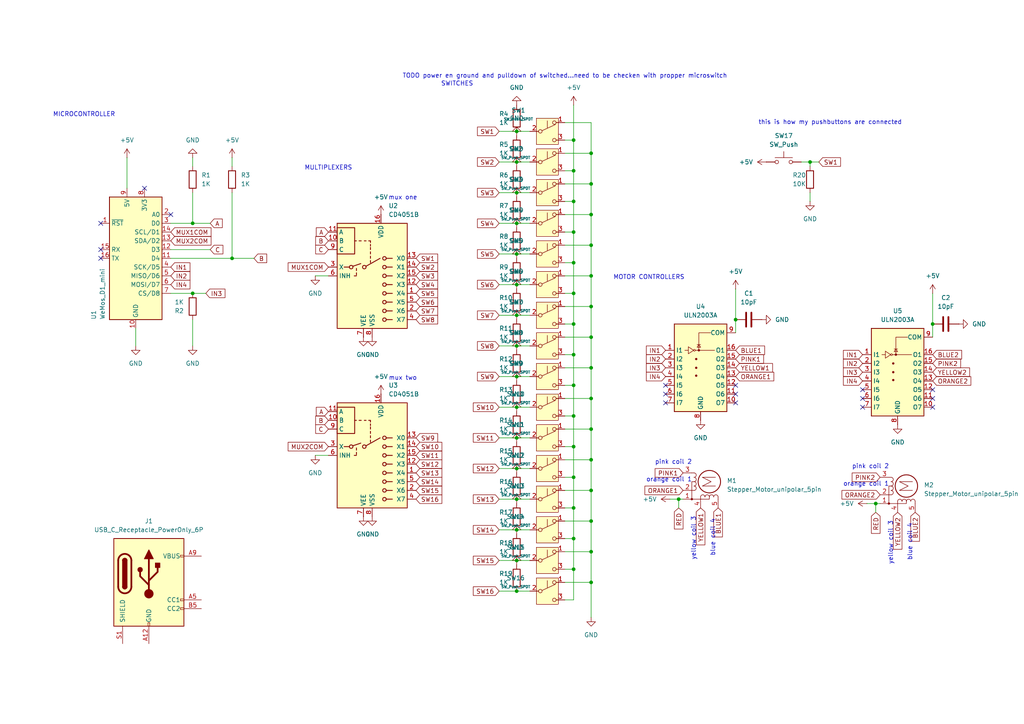
<source format=kicad_sch>
(kicad_sch (version 20231120) (generator "eeschema") (generator_version "8.0")
  (paper "A4")
  (junction (at 166.37 147.32))
  (junction (at 166.37 40.64))
  (junction (at 149.86 46.99))
  (junction (at 171.45 133.35))
  (junction (at 149.86 91.44))
  (junction (at 171.45 71.12))
  (junction (at 55.88 64.77))
  (junction (at 171.45 53.34))
  (junction (at 166.37 85.09))
  (junction (at 171.45 62.23))
  (junction (at 171.45 106.68))
  (junction (at 67.31 74.93))
  (junction (at 149.86 64.77))
  (junction (at 171.45 124.46))
  (junction (at 234.95 46.99))
  (junction (at 196.85 144.78))
  (junction (at 149.86 38.1))
  (junction (at 149.86 162.56))
  (junction (at 326.39 92.71))
  (junction (at 171.45 88.9))
  (junction (at 171.45 97.79))
  (junction (at 149.86 82.55))
  (junction (at 171.45 160.02))
  (junction (at 149.86 118.11))
  (junction (at 213.36 92.71))
  (junction (at 171.45 151.13))
  (junction (at 166.37 129.54))
  (junction (at 171.45 115.57))
  (junction (at 55.88 85.09))
  (junction (at 149.86 55.88))
  (junction (at 166.37 93.98))
  (junction (at 149.86 135.89))
  (junction (at 254 146.05))
  (junction (at 166.37 58.42))
  (junction (at 171.45 44.45))
  (junction (at 166.37 76.2))
  (junction (at 309.88 144.78))
  (junction (at 166.37 120.65))
  (junction (at 171.45 168.91))
  (junction (at 149.86 153.67))
  (junction (at 149.86 73.66))
  (junction (at 149.86 144.78))
  (junction (at 149.86 171.45))
  (junction (at 149.86 100.33))
  (junction (at 166.37 111.76))
  (junction (at 166.37 165.1))
  (junction (at 166.37 67.31))
  (junction (at 166.37 102.87))
  (junction (at 166.37 49.53))
  (junction (at 166.37 138.43))
  (junction (at 149.86 109.22))
  (junction (at 171.45 142.24))
  (junction (at 270.51 93.98))
  (junction (at 171.45 80.01))
  (junction (at 166.37 156.21))
  (junction (at 149.86 127))
  (no_connect (at 193.04 116.84))
  (no_connect (at 270.51 113.03))
  (no_connect (at 193.04 111.76))
  (no_connect (at 213.36 114.3))
  (no_connect (at 270.51 118.11))
  (no_connect (at 213.36 116.84))
  (no_connect (at 306.07 111.76))
  (no_connect (at 29.21 74.93))
  (no_connect (at 306.07 116.84))
  (no_connect (at 41.91 54.61))
  (no_connect (at 193.04 114.3))
  (no_connect (at 49.53 62.23))
  (no_connect (at 326.39 114.3))
  (no_connect (at 250.19 115.57))
  (no_connect (at 29.21 72.39))
  (no_connect (at 250.19 118.11))
  (no_connect (at 213.36 111.76))
  (no_connect (at 250.19 113.03))
  (no_connect (at 326.39 116.84))
  (no_connect (at 29.21 64.77))
  (no_connect (at 270.51 115.57))
  (no_connect (at 306.07 114.3))
  (no_connect (at 326.39 111.76))
  (wire (pts (xy 163.83 44.45) (xy 171.45 44.45)))
  (wire (pts (xy 163.83 165.1) (xy 166.37 165.1)))
  (wire (pts (xy 144.78 171.45) (xy 149.86 171.45)))
  (wire (pts (xy 144.78 109.22) (xy 149.86 109.22)))
  (wire (pts (xy 55.88 64.77) (xy 60.96 64.77)))
  (wire (pts (xy 163.83 53.34) (xy 171.45 53.34)))
  (wire (pts (xy 254 146.05) (xy 254 148.59)))
  (wire (pts (xy 166.37 102.87) (xy 166.37 111.76)))
  (wire (pts (xy 149.86 91.44) (xy 153.67 91.44)))
  (wire (pts (xy 55.88 85.09) (xy 59.69 85.09)))
  (wire (pts (xy 144.78 64.77) (xy 149.86 64.77)))
  (wire (pts (xy 232.41 46.99) (xy 234.95 46.99)))
  (wire (pts (xy 171.45 71.12) (xy 171.45 80.01)))
  (wire (pts (xy 326.39 92.71) (xy 326.39 96.52)))
  (wire (pts (xy 149.86 82.55) (xy 153.67 82.55)))
  (wire (pts (xy 166.37 49.53) (xy 166.37 58.42)))
  (wire (pts (xy 49.53 85.09) (xy 55.88 85.09)))
  (wire (pts (xy 166.37 147.32) (xy 166.37 156.21)))
  (wire (pts (xy 166.37 93.98) (xy 166.37 102.87)))
  (wire (pts (xy 55.88 45.72) (xy 55.88 48.26)))
  (wire (pts (xy 166.37 156.21) (xy 166.37 165.1)))
  (wire (pts (xy 196.85 144.78) (xy 198.12 144.78)))
  (wire (pts (xy 166.37 40.64) (xy 166.37 49.53)))
  (wire (pts (xy 163.83 147.32) (xy 166.37 147.32)))
  (wire (pts (xy 163.83 120.65) (xy 166.37 120.65)))
  (wire (pts (xy 196.85 144.78) (xy 196.85 147.32)))
  (wire (pts (xy 163.83 106.68) (xy 171.45 106.68)))
  (wire (pts (xy 166.37 30.48) (xy 166.37 40.64)))
  (wire (pts (xy 171.45 106.68) (xy 171.45 115.57)))
  (wire (pts (xy 163.83 124.46) (xy 171.45 124.46)))
  (wire (pts (xy 171.45 160.02) (xy 171.45 168.91)))
  (wire (pts (xy 171.45 62.23) (xy 171.45 71.12)))
  (wire (pts (xy 166.37 67.31) (xy 166.37 76.2)))
  (wire (pts (xy 55.88 55.88) (xy 55.88 64.77)))
  (wire (pts (xy 95.25 80.01) (xy 91.44 80.01)))
  (wire (pts (xy 234.95 55.88) (xy 234.95 58.42)))
  (wire (pts (xy 163.83 62.23) (xy 171.45 62.23)))
  (wire (pts (xy 163.83 67.31) (xy 166.37 67.31)))
  (wire (pts (xy 144.78 46.99) (xy 149.86 46.99)))
  (wire (pts (xy 171.45 35.56) (xy 171.45 44.45)))
  (wire (pts (xy 163.83 133.35) (xy 171.45 133.35)))
  (wire (pts (xy 194.31 144.78) (xy 196.85 144.78)))
  (wire (pts (xy 149.86 109.22) (xy 153.67 109.22)))
  (wire (pts (xy 144.78 82.55) (xy 149.86 82.55)))
  (wire (pts (xy 163.83 129.54) (xy 166.37 129.54)))
  (wire (pts (xy 171.45 124.46) (xy 171.45 133.35)))
  (wire (pts (xy 163.83 88.9) (xy 171.45 88.9)))
  (wire (pts (xy 234.95 46.99) (xy 234.95 48.26)))
  (wire (pts (xy 144.78 127) (xy 149.86 127)))
  (wire (pts (xy 163.83 80.01) (xy 171.45 80.01)))
  (wire (pts (xy 166.37 129.54) (xy 166.37 138.43)))
  (wire (pts (xy 166.37 120.65) (xy 166.37 129.54)))
  (wire (pts (xy 144.78 100.33) (xy 149.86 100.33)))
  (wire (pts (xy 171.45 97.79) (xy 171.45 106.68)))
  (wire (pts (xy 149.86 135.89) (xy 153.67 135.89)))
  (wire (pts (xy 326.39 83.82) (xy 326.39 92.71)))
  (wire (pts (xy 144.78 73.66) (xy 149.86 73.66)))
  (wire (pts (xy 144.78 162.56) (xy 149.86 162.56)))
  (wire (pts (xy 149.86 55.88) (xy 153.67 55.88)))
  (wire (pts (xy 149.86 38.1) (xy 153.67 38.1)))
  (wire (pts (xy 149.86 118.11) (xy 153.67 118.11)))
  (wire (pts (xy 166.37 165.1) (xy 166.37 173.99)))
  (wire (pts (xy 171.45 168.91) (xy 171.45 179.07)))
  (wire (pts (xy 166.37 138.43) (xy 166.37 147.32)))
  (wire (pts (xy 95.25 132.08) (xy 91.44 132.08)))
  (wire (pts (xy 67.31 74.93) (xy 73.66 74.93)))
  (wire (pts (xy 144.78 38.1) (xy 149.86 38.1)))
  (wire (pts (xy 153.67 144.78) (xy 149.86 144.78)))
  (wire (pts (xy 309.88 144.78) (xy 311.15 144.78)))
  (wire (pts (xy 171.45 88.9) (xy 171.45 97.79)))
  (wire (pts (xy 171.45 53.34) (xy 171.45 62.23)))
  (wire (pts (xy 149.86 162.56) (xy 153.67 162.56)))
  (wire (pts (xy 213.36 92.71) (xy 213.36 96.52)))
  (wire (pts (xy 166.37 111.76) (xy 166.37 120.65)))
  (wire (pts (xy 163.83 151.13) (xy 171.45 151.13)))
  (wire (pts (xy 163.83 168.91) (xy 171.45 168.91)))
  (wire (pts (xy 163.83 49.53) (xy 166.37 49.53)))
  (wire (pts (xy 49.53 72.39) (xy 60.96 72.39)))
  (wire (pts (xy 67.31 45.72) (xy 67.31 48.26)))
  (wire (pts (xy 163.83 138.43) (xy 166.37 138.43)))
  (wire (pts (xy 213.36 83.82) (xy 213.36 92.71)))
  (wire (pts (xy 171.45 133.35) (xy 171.45 142.24)))
  (wire (pts (xy 171.45 44.45) (xy 171.45 53.34)))
  (wire (pts (xy 149.86 64.77) (xy 153.67 64.77)))
  (wire (pts (xy 144.78 55.88) (xy 149.86 55.88)))
  (wire (pts (xy 163.83 173.99) (xy 166.37 173.99)))
  (wire (pts (xy 49.53 74.93) (xy 67.31 74.93)))
  (wire (pts (xy 309.88 144.78) (xy 309.88 147.32)))
  (wire (pts (xy 149.86 171.45) (xy 153.67 171.45)))
  (wire (pts (xy 171.45 115.57) (xy 171.45 124.46)))
  (wire (pts (xy 149.86 144.78) (xy 144.78 144.78)))
  (wire (pts (xy 149.86 127) (xy 153.67 127)))
  (wire (pts (xy 163.83 58.42) (xy 166.37 58.42)))
  (wire (pts (xy 270.51 93.98) (xy 270.51 97.79)))
  (wire (pts (xy 144.78 91.44) (xy 149.86 91.44)))
  (wire (pts (xy 163.83 102.87) (xy 166.37 102.87)))
  (wire (pts (xy 163.83 85.09) (xy 166.37 85.09)))
  (wire (pts (xy 163.83 76.2) (xy 166.37 76.2)))
  (wire (pts (xy 163.83 35.56) (xy 171.45 35.56)))
  (wire (pts (xy 163.83 71.12) (xy 171.45 71.12)))
  (wire (pts (xy 270.51 85.09) (xy 270.51 93.98)))
  (wire (pts (xy 36.83 45.72) (xy 36.83 54.61)))
  (wire (pts (xy 171.45 80.01) (xy 171.45 88.9)))
  (wire (pts (xy 171.45 142.24) (xy 171.45 151.13)))
  (wire (pts (xy 163.83 97.79) (xy 171.45 97.79)))
  (wire (pts (xy 166.37 58.42) (xy 166.37 67.31)))
  (wire (pts (xy 149.86 100.33) (xy 153.67 100.33)))
  (wire (pts (xy 163.83 115.57) (xy 171.45 115.57)))
  (wire (pts (xy 254 146.05) (xy 255.27 146.05)))
  (wire (pts (xy 144.78 135.89) (xy 149.86 135.89)))
  (wire (pts (xy 163.83 156.21) (xy 166.37 156.21)))
  (wire (pts (xy 67.31 55.88) (xy 67.31 74.93)))
  (wire (pts (xy 163.83 93.98) (xy 166.37 93.98)))
  (wire (pts (xy 307.34 144.78) (xy 309.88 144.78)))
  (wire (pts (xy 166.37 85.09) (xy 166.37 93.98)))
  (wire (pts (xy 149.86 73.66) (xy 153.67 73.66)))
  (wire (pts (xy 163.83 160.02) (xy 171.45 160.02)))
  (wire (pts (xy 144.78 153.67) (xy 149.86 153.67)))
  (wire (pts (xy 163.83 111.76) (xy 166.37 111.76)))
  (wire (pts (xy 166.37 76.2) (xy 166.37 85.09)))
  (wire (pts (xy 149.86 153.67) (xy 153.67 153.67)))
  (wire (pts (xy 39.37 95.25) (xy 39.37 100.33)))
  (wire (pts (xy 166.37 40.64) (xy 163.83 40.64)))
  (wire (pts (xy 171.45 151.13) (xy 171.45 160.02)))
  (wire (pts (xy 234.95 46.99) (xy 237.49 46.99)))
  (wire (pts (xy 144.78 118.11) (xy 149.86 118.11)))
  (wire (pts (xy 49.53 64.77) (xy 55.88 64.77)))
  (wire (pts (xy 251.46 146.05) (xy 254 146.05)))
  (wire (pts (xy 55.88 92.71) (xy 55.88 100.33)))
  (wire (pts (xy 163.83 142.24) (xy 171.45 142.24)))
  (wire (pts (xy 149.86 46.99) (xy 153.67 46.99)))
  (text "blue coil 4" (at 206.756 155.956 90) (effects (font (size 1.27 1.27))))
  (text "blue coil 4" (at 263.906 157.226 90) (effects (font (size 1.27 1.27))))
  (text "blue coil 4" (at 319.786 155.956 90) (effects (font (size 1.27 1.27))))
  (text "yellow coil 3" (at 314.198 156.21 90) (effects (font (size 1.27 1.27))))
  (text "pink coil 2" (at 308.356 134.112 0) (effects (font (size 1.27 1.27))))
  (text "this is how my pushbuttons are connected\n" (at 240.792 35.56 0) (effects (font (size 1.27 1.27))))
  (text "MICROCONTROLLER\n" (at 24.384 33.274 0) (effects (font (size 1.27 1.27))))
  (text "mux two\n" (at 116.84 109.728 0) (effects (font (size 1.27 1.27))))
  (text "pink coil 2" (at 195.326 134.112 0) (effects (font (size 1.27 1.27))))
  (text "yellow coil 3" (at 201.168 156.21 90) (effects (font (size 1.27 1.27))))
  (text "yellow coil 3" (at 258.318 157.48 90) (effects (font (size 1.27 1.27))))
  (text "orange coil 1" (at 307.086 139.192 0) (effects (font (size 1.27 1.27))))
  (text "SWITCHES\n" (at 132.588 24.384 0) (effects (font (size 1.27 1.27))))
  (text "MOTOR CONTROLLERS" (at 188.214 80.518 0) (effects (font (size 1.27 1.27))))
  (text "pink coil 2" (at 252.476 135.382 0) (effects (font (size 1.27 1.27))))
  (text "MULTIPLEXERS" (at 95.25 48.768 0) (effects (font (size 1.27 1.27))))
  (text "mux one\n" (at 116.84 57.404 0) (effects (font (size 1.27 1.27))))
  (text "orange coil 1" (at 194.056 139.192 0) (effects (font (size 1.27 1.27))))
  (text "TODO power en ground and pulldown of switched...need to be checken with propper microswitch" (at 163.83 22.098 0) (effects (font (size 1.27 1.27))))
  (text "orange coil 1" (at 251.206 140.462 0) (effects (font (size 1.27 1.27))))
  (global_label "SW1" (shape input) (at 237.49 46.99 0) (property "Intersheetrefs" "${INTERSHEET_REFS}" (effects (hide yes))))
  (global_label "SW16" (shape input) (at 144.78 171.45 180) (property "Intersheetrefs" "${INTERSHEET_REFS}" (effects (hide yes))))
  (global_label "MUX1COM" (shape input) (at 95.25 77.47 180) (property "Intersheetrefs" "${INTERSHEET_REFS}" (effects (hide yes))))
  (global_label "ORANGE3" (shape input) (at 326.39 109.22 0) (property "Intersheetrefs" "${INTERSHEET_REFS}" (effects (hide yes))))
  (global_label "BLUE3" (shape input) (at 326.39 101.6 0) (property "Intersheetrefs" "${INTERSHEET_REFS}" (effects (hide yes))))
  (global_label "SW3" (shape input) (at 144.78 55.88 180) (property "Intersheetrefs" "${INTERSHEET_REFS}" (effects (hide yes))))
  (global_label "IN4" (shape input) (at 193.04 109.22 180) (property "Intersheetrefs" "${INTERSHEET_REFS}" (effects (hide yes))))
  (global_label "BLUE1" (shape input) (at 208.28 147.32 270) (property "Intersheetrefs" "${INTERSHEET_REFS}" (effects (hide yes))))
  (global_label "C" (shape input) (at 95.25 124.46 180) (property "Intersheetrefs" "${INTERSHEET_REFS}" (effects (hide yes))))
  (global_label "SW7" (shape input) (at 144.78 91.44 180) (property "Intersheetrefs" "${INTERSHEET_REFS}" (effects (hide yes))))
  (global_label "PINK1" (shape input) (at 213.36 104.14 0) (property "Intersheetrefs" "${INTERSHEET_REFS}" (effects (hide yes))))
  (global_label "C" (shape input) (at 60.96 72.39 0) (property "Intersheetrefs" "${INTERSHEET_REFS}" (effects (hide yes))))
  (global_label "IN2" (shape input) (at 49.53 80.01 0) (property "Intersheetrefs" "${INTERSHEET_REFS}" (effects (hide yes))))
  (global_label "B" (shape input) (at 73.66 74.93 0) (property "Intersheetrefs" "${INTERSHEET_REFS}" (effects (hide yes))))
  (global_label "PINK3" (shape input) (at 326.39 104.14 0) (property "Intersheetrefs" "${INTERSHEET_REFS}" (effects (hide yes))))
  (global_label "SW15" (shape input) (at 144.78 162.56 180) (property "Intersheetrefs" "${INTERSHEET_REFS}" (effects (hide yes))))
  (global_label "IN3" (shape input) (at 59.69 85.09 0) (property "Intersheetrefs" "${INTERSHEET_REFS}" (effects (hide yes))))
  (global_label "MUX2COM" (shape input) (at 49.53 69.85 0) (property "Intersheetrefs" "${INTERSHEET_REFS}" (effects (hide yes))))
  (global_label "SW7" (shape input) (at 120.65 90.17 0) (property "Intersheetrefs" "${INTERSHEET_REFS}" (effects (hide yes))))
  (global_label "SW12" (shape input) (at 120.65 134.62 0) (property "Intersheetrefs" "${INTERSHEET_REFS}" (effects (hide yes))))
  (global_label "SW10" (shape input) (at 144.78 118.11 180) (property "Intersheetrefs" "${INTERSHEET_REFS}" (effects (hide yes))))
  (global_label "PINK3" (shape input) (at 311.15 137.16 180) (property "Intersheetrefs" "${INTERSHEET_REFS}" (effects (hide yes))))
  (global_label "IN1" (shape input) (at 193.04 101.6 180) (property "Intersheetrefs" "${INTERSHEET_REFS}" (effects (hide yes))))
  (global_label "SW11" (shape input) (at 120.65 132.08 0) (property "Intersheetrefs" "${INTERSHEET_REFS}" (effects (hide yes))))
  (global_label "MUX1COM" (shape input) (at 49.53 67.31 0) (property "Intersheetrefs" "${INTERSHEET_REFS}" (effects (hide yes))))
  (global_label "SW12" (shape input) (at 144.78 135.89 180) (property "Intersheetrefs" "${INTERSHEET_REFS}" (effects (hide yes))))
  (global_label "YELLOW2" (shape input) (at 270.51 107.95 0) (property "Intersheetrefs" "${INTERSHEET_REFS}" (effects (hide yes))))
  (global_label "SW13" (shape input) (at 144.78 144.78 180) (property "Intersheetrefs" "${INTERSHEET_REFS}" (effects (hide yes))))
  (global_label "SW8" (shape input) (at 144.78 100.33 180) (property "Intersheetrefs" "${INTERSHEET_REFS}" (effects (hide yes))))
  (global_label "MUX2COM" (shape input) (at 95.25 129.54 180) (property "Intersheetrefs" "${INTERSHEET_REFS}" (effects (hide yes))))
  (global_label "A" (shape input) (at 60.96 64.77 0) (property "Intersheetrefs" "${INTERSHEET_REFS}" (effects (hide yes))))
  (global_label "IN4" (shape input) (at 250.19 110.49 180) (property "Intersheetrefs" "${INTERSHEET_REFS}" (effects (hide yes))))
  (global_label "SW6" (shape input) (at 120.65 87.63 0) (property "Intersheetrefs" "${INTERSHEET_REFS}" (effects (hide yes))))
  (global_label "SW2" (shape input) (at 144.78 46.99 180) (property "Intersheetrefs" "${INTERSHEET_REFS}" (effects (hide yes))))
  (global_label "B" (shape input) (at 95.25 121.92 180) (property "Intersheetrefs" "${INTERSHEET_REFS}" (effects (hide yes))))
  (global_label "SW1" (shape input) (at 120.65 74.93 0) (property "Intersheetrefs" "${INTERSHEET_REFS}" (effects (hide yes))))
  (global_label "IN2" (shape input) (at 306.07 104.14 180) (property "Intersheetrefs" "${INTERSHEET_REFS}" (effects (hide yes))))
  (global_label "SW15" (shape input) (at 120.65 142.24 0) (property "Intersheetrefs" "${INTERSHEET_REFS}" (effects (hide yes))))
  (global_label "RED" (shape input) (at 196.85 147.32 270) (property "Intersheetrefs" "${INTERSHEET_REFS}" (effects (hide yes))))
  (global_label "SW4" (shape input) (at 120.65 82.55 0) (property "Intersheetrefs" "${INTERSHEET_REFS}" (effects (hide yes))))
  (global_label "SW5" (shape input) (at 120.65 85.09 0) (property "Intersheetrefs" "${INTERSHEET_REFS}" (effects (hide yes))))
  (global_label "PINK1" (shape input) (at 198.12 137.16 180) (property "Intersheetrefs" "${INTERSHEET_REFS}" (effects (hide yes))))
  (global_label "A" (shape input) (at 95.25 119.38 180) (property "Intersheetrefs" "${INTERSHEET_REFS}" (effects (hide yes))))
  (global_label "IN2" (shape input) (at 250.19 105.41 180) (property "Intersheetrefs" "${INTERSHEET_REFS}" (effects (hide yes))))
  (global_label "SW8" (shape input) (at 120.65 92.71 0) (property "Intersheetrefs" "${INTERSHEET_REFS}" (effects (hide yes))))
  (global_label "SW14" (shape input) (at 120.65 139.7 0) (property "Intersheetrefs" "${INTERSHEET_REFS}" (effects (hide yes))))
  (global_label "SW3" (shape input) (at 120.65 80.01 0) (property "Intersheetrefs" "${INTERSHEET_REFS}" (effects (hide yes))))
  (global_label "IN3" (shape input) (at 306.07 106.68 180) (property "Intersheetrefs" "${INTERSHEET_REFS}" (effects (hide yes))))
  (global_label "RED" (shape input) (at 254 148.59 270) (property "Intersheetrefs" "${INTERSHEET_REFS}" (effects (hide yes))))
  (global_label "IN3" (shape input) (at 250.19 107.95 180) (property "Intersheetrefs" "${INTERSHEET_REFS}" (effects (hide yes))))
  (global_label "PINK2" (shape input) (at 270.51 105.41 0) (property "Intersheetrefs" "${INTERSHEET_REFS}" (effects (hide yes))))
  (global_label "ORANGE1" (shape input) (at 198.12 142.24 180) (property "Intersheetrefs" "${INTERSHEET_REFS}" (effects (hide yes))))
  (global_label "BLUE2" (shape input) (at 265.43 148.59 270) (property "Intersheetrefs" "${INTERSHEET_REFS}" (effects (hide yes))))
  (global_label "C" (shape input) (at 95.25 72.39 180) (property "Intersheetrefs" "${INTERSHEET_REFS}" (effects (hide yes))))
  (global_label "RED" (shape input) (at 309.88 147.32 270) (property "Intersheetrefs" "${INTERSHEET_REFS}" (effects (hide yes))))
  (global_label "IN1" (shape input) (at 306.07 101.6 180) (property "Intersheetrefs" "${INTERSHEET_REFS}" (effects (hide yes))))
  (global_label "SW16" (shape input) (at 120.65 144.78 0) (property "Intersheetrefs" "${INTERSHEET_REFS}" (effects (hide yes))))
  (global_label "B" (shape input) (at 95.25 69.85 180) (property "Intersheetrefs" "${INTERSHEET_REFS}" (effects (hide yes))))
  (global_label "SW1" (shape input) (at 144.78 38.1 180) (property "Intersheetrefs" "${INTERSHEET_REFS}" (effects (hide yes))))
  (global_label "YELLOW3" (shape input) (at 316.23 147.32 270) (property "Intersheetrefs" "${INTERSHEET_REFS}" (effects (hide yes))))
  (global_label "BLUE1" (shape input) (at 213.36 101.6 0) (property "Intersheetrefs" "${INTERSHEET_REFS}" (effects (hide yes))))
  (global_label "ORANGE1" (shape input) (at 213.36 109.22 0) (property "Intersheetrefs" "${INTERSHEET_REFS}" (effects (hide yes))))
  (global_label "SW4" (shape input) (at 144.78 64.77 180) (property "Intersheetrefs" "${INTERSHEET_REFS}" (effects (hide yes))))
  (global_label "SW14" (shape input) (at 144.78 153.67 180) (property "Intersheetrefs" "${INTERSHEET_REFS}" (effects (hide yes))))
  (global_label "SW10" (shape input) (at 120.65 129.54 0) (property "Intersheetrefs" "${INTERSHEET_REFS}" (effects (hide yes))))
  (global_label "IN2" (shape input) (at 193.04 104.14 180) (property "Intersheetrefs" "${INTERSHEET_REFS}" (effects (hide yes))))
  (global_label "BLUE2" (shape input) (at 270.51 102.87 0) (property "Intersheetrefs" "${INTERSHEET_REFS}" (effects (hide yes))))
  (global_label "IN4" (shape input) (at 49.53 82.55 0) (property "Intersheetrefs" "${INTERSHEET_REFS}" (effects (hide yes))))
  (global_label "SW2" (shape input) (at 120.65 77.47 0) (property "Intersheetrefs" "${INTERSHEET_REFS}" (effects (hide yes))))
  (global_label "ORANGE2" (shape input) (at 255.27 143.51 180) (property "Intersheetrefs" "${INTERSHEET_REFS}" (effects (hide yes))))
  (global_label "SW5" (shape input) (at 144.78 73.66 180) (property "Intersheetrefs" "${INTERSHEET_REFS}" (effects (hide yes))))
  (global_label "SW6" (shape input) (at 144.78 82.55 180) (property "Intersheetrefs" "${INTERSHEET_REFS}" (effects (hide yes))))
  (global_label "SW11" (shape input) (at 144.78 127 180) (property "Intersheetrefs" "${INTERSHEET_REFS}" (effects (hide yes))))
  (global_label "YELLOW3" (shape input) (at 326.39 106.68 0) (property "Intersheetrefs" "${INTERSHEET_REFS}" (effects (hide yes))))
  (global_label "SW9" (shape input) (at 120.65 127 0) (property "Intersheetrefs" "${INTERSHEET_REFS}" (effects (hide yes))))
  (global_label "PINK2" (shape input) (at 255.27 138.43 180) (property "Intersheetrefs" "${INTERSHEET_REFS}" (effects (hide yes))))
  (global_label "IN4" (shape input) (at 306.07 109.22 180) (property "Intersheetrefs" "${INTERSHEET_REFS}" (effects (hide yes))))
  (global_label "YELLOW1" (shape input) (at 203.2 147.32 270) (property "Intersheetrefs" "${INTERSHEET_REFS}" (effects (hide yes))))
  (global_label "YELLOW1" (shape input) (at 213.36 106.68 0) (property "Intersheetrefs" "${INTERSHEET_REFS}" (effects (hide yes))))
  (global_label "IN3" (shape input) (at 193.04 106.68 180) (property "Intersheetrefs" "${INTERSHEET_REFS}" (effects (hide yes))))
  (global_label "SW13" (shape input) (at 120.65 137.16 0) (property "Intersheetrefs" "${INTERSHEET_REFS}" (effects (hide yes))))
  (global_label "BLUE3" (shape input) (at 321.31 147.32 270) (property "Intersheetrefs" "${INTERSHEET_REFS}" (effects (hide yes))))
  (global_label "ORANGE3" (shape input) (at 311.15 142.24 180) (property "Intersheetrefs" "${INTERSHEET_REFS}" (effects (hide yes))))
  (global_label "YELLOW2" (shape input) (at 260.35 148.59 270) (property "Intersheetrefs" "${INTERSHEET_REFS}" (effects (hide yes))))
  (global_label "SW9" (shape input) (at 144.78 109.22 180) (property "Intersheetrefs" "${INTERSHEET_REFS}" (effects (hide yes))))
  (global_label "ORANGE2" (shape input) (at 270.51 110.49 0) (property "Intersheetrefs" "${INTERSHEET_REFS}" (effects (hide yes))))
  (global_label "A" (shape input) (at 95.25 67.31 180) (property "Intersheetrefs" "${INTERSHEET_REFS}" (effects (hide yes))))
  (global_label "IN1" (shape input) (at 49.53 77.47 0) (property "Intersheetrefs" "${INTERSHEET_REFS}" (effects (hide yes))))
  (global_label "IN1" (shape input) (at 250.19 102.87 180) (property "Intersheetrefs" "${INTERSHEET_REFS}" (effects (hide yes))))
  (symbol (lib_id "power:GND") (at 149.86 137.16 180) (unit 1)
    (property "Reference" "#PWR026" (effects (hide yes)))
    (property "Value" "GND" (at 149.86 132.08 0))
    (property "Description" "Power symbol creates a global label with name \"GND\" , ground" (effects (hide yes)))
  )
  (symbol (lib_id "power:GND") (at 149.86 101.6 180) (unit 1)
    (property "Reference" "#PWR022" (effects (hide yes)))
    (property "Value" "GND" (at 149.86 96.52 0))
    (property "Description" "Power symbol creates a global label with name \"GND\" , ground" (effects (hide yes)))
  )
  (symbol (lib_id "Device:R") (at 55.88 88.9 180) (unit 1)
    (property "Reference" "R2" (at 53.34 90.1701 0) (effects (justify left)))
    (property "Value" "1K" (at 53.34 87.6301 0) (effects (justify left)))
    (property "Description" "Resistor" (effects (hide yes)))
  )
  (symbol (lib_id "power:GND") (at 149.86 48.26 180) (unit 1)
    (property "Reference" "#PWR016" (effects (hide yes)))
    (property "Value" "GND" (at 149.86 43.18 0))
    (property "Description" "Power symbol creates a global label with name \"GND\" , ground" (effects (hide yes)))
  )
  (symbol (lib_id "Device:R") (at 55.88 52.07 0) (unit 1)
    (property "Reference" "R1" (at 58.42 50.7999 0) (effects (justify left)))
    (property "Value" "1K" (at 58.42 53.3399 0) (effects (justify left)))
    (property "Description" "Resistor" (effects (hide yes)))
  )
  (symbol (lib_id "Device:R") (at 149.86 96.52 0) (unit 1)
    (property "Reference" "R11" (at 144.78 95.25 0) (effects (justify left)))
    (property "Value" "1K" (at 144.78 97.79 0) (effects (justify left)))
    (property "Description" "Resistor" (effects (hide yes)))
  )
  (symbol (lib_id "power:+5V") (at 213.36 83.82 0) (unit 1)
    (property "Reference" "#PWR034" (effects (hide yes)))
    (property "Value" "+5V" (at 213.36 78.74 0))
    (property "Description" "Power symbol creates a global label with name \"+5V\"" (effects (hide yes)))
  )
  (symbol (lib_id "power:GND") (at 105.41 97.79 0) (unit 1)
    (property "Reference" "#PWR08" (effects (hide yes)))
    (property "Value" "GND" (at 105.41 102.87 0))
    (property "Description" "Power symbol creates a global label with name \"GND\" , ground" (effects (hide yes)))
  )
  (symbol (lib_id "Device:R") (at 149.86 158.75 0) (unit 1)
    (property "Reference" "R18" (at 144.78 157.48 0) (effects (justify left)))
    (property "Value" "1K" (at 144.78 160.02 0) (effects (justify left)))
    (property "Description" "Resistor" (effects (hide yes)))
  )
  (symbol (lib_id "power:+5V") (at 110.49 62.23 0) (unit 1)
    (property "Reference" "#PWR012" (effects (hide yes)))
    (property "Value" "+5V" (at 110.49 57.15 0))
    (property "Description" "Power symbol creates a global label with name \"+5V\"" (effects (hide yes)))
  )
  (symbol (lib_id "power:GND") (at 149.86 146.05 180) (unit 1)
    (property "Reference" "#PWR027" (effects (hide yes)))
    (property "Value" "GND" (at 149.86 140.97 0))
    (property "Description" "Power symbol creates a global label with name \"GND\" , ground" (effects (hide yes)))
  )
  (symbol (lib_id "power:+5V") (at 307.34 144.78 90) (unit 1)
    (property "Reference" "#PWR042" (effects (hide yes)))
    (property "Value" "+5V" (at 303.53 144.7799 90) (effects (justify left)))
    (property "Description" "Power symbol creates a global label with name \"+5V\"" (effects (hide yes)))
  )
  (symbol (lib_id "power:+5V") (at 67.31 45.72 0) (unit 1)
    (property "Reference" "#PWR05" (effects (hide yes)))
    (property "Value" "+5V" (at 67.31 40.64 0))
    (property "Description" "Power symbol creates a global label with name \"+5V\"" (effects (hide yes)))
  )
  (symbol (lib_id "power:+5V") (at 270.51 85.09 0) (unit 1)
    (property "Reference" "#PWR040" (effects (hide yes)))
    (property "Value" "+5V" (at 270.51 80.01 0))
    (property "Description" "Power symbol creates a global label with name \"+5V\"" (effects (hide yes)))
  )
  (symbol (lib_id "Device:R") (at 149.86 114.3 0) (unit 1)
    (property "Reference" "R13" (at 144.78 113.03 0) (effects (justify left)))
    (property "Value" "1K" (at 144.78 115.57 0) (effects (justify left)))
    (property "Description" "Resistor" (effects (hide yes)))
  )
  (symbol (lib_id "Transistor_Array:ULN2003A") (at 203.2 106.68 0) (unit 1)
    (property "Reference" "U4" (at 203.2 88.9 0))
    (property "Value" "ULN2003A" (at 203.2 91.44 0))
    (property "Footprint" "Package_SO:SOIC-16_3.9x9.9mm_P1.27mm" (effects (hide yes)))
    (property "Datasheet" "http://www.ti.com/lit/ds/symlink/uln2003a.pdf" (effects (hide yes)))
    (property "Description" "High Voltage, High Current Darlington Transistor Arrays, SOIC16/SOIC16W/DIP16/TSSOP16" (effects (hide yes)))
    (property "LCSC PN" "C7512" (effects (hide yes)))
  )
  (symbol (lib_id "Switch:SW_Push_SPDT") (at 158.75 38.1 0) (unit 1)
    (property "Reference" "SW1" (at 150.368 32.004 0))
    (property "Value" "SW_Push_SPDT" (at 150.368 34.544 0) (effects (font (size 0.762 0.762))))
    (property "Footprint" "MS0850502F030P1A:SW_MS0850502F030P1A" (effects (hide yes)))
    (property "Datasheet" "https://www.snapeda.com/parts/MS0850502F030P1A/E-Switch/datasheet/" (effects (hide yes)))
    (property "Description" "Momentary Switch, single pole double throw" (effects (hide yes)))
  )
  (symbol (lib_id "Switch:SW_Push_SPDT") (at 158.75 82.55 0) (unit 1)
    (property "Reference" "SW6" (at 149.606 78.74 0))
    (property "Value" "SW_Push_SPDT" (at 149.606 81.28 0) (effects (font (size 0.762 0.762))))
    (property "Footprint" "MS0850502F030P1A:SW_MS0850502F030P1A" (effects (hide yes)))
    (property "Description" "Momentary Switch, single pole double throw" (effects (hide yes)))
  )
  (symbol (lib_id "power:+5V") (at 326.39 83.82 0) (unit 1)
    (property "Reference" "#PWR044" (effects (hide yes)))
    (property "Value" "+5V" (at 326.39 78.74 0))
    (property "Description" "Power symbol creates a global label with name \"+5V\"" (effects (hide yes)))
  )
  (symbol (lib_id "power:GND") (at 260.35 123.19 0) (unit 1)
    (property "Reference" "#PWR039" (effects (hide yes)))
    (property "Value" "GND" (at 260.35 128.27 0))
    (property "Description" "Power symbol creates a global label with name \"GND\" , ground" (effects (hide yes)))
  )
  (symbol (lib_id "Analog_Switch:CD4051B") (at 107.95 80.01 0) (unit 1)
    (property "Reference" "U2" (at 112.6841 59.69 0) (effects (justify left)))
    (property "Value" "CD4051B" (at 112.6841 62.23 0) (effects (justify left)))
    (property "Footprint" "Package_SO:SOIC-16_3.9x9.9mm_P1.27mm" (effects (hide yes)))
    (property "Datasheet" "http://www.ti.com/lit/ds/symlink/cd4052b.pdf" (effects (hide yes)))
    (property "Description" "CMOS single 8-channel analog multiplexer demultiplexer, TSSOP-16/DIP-16/SOIC-16" (effects (hide yes)))
    (property "LCSC PN" "C21379" (effects (hide yes)))
  )
  (symbol (lib_id "power:GND") (at 107.95 97.79 0) (unit 1)
    (property "Reference" "#PWR010" (effects (hide yes)))
    (property "Value" "GND" (at 107.95 102.87 0))
    (property "Description" "Power symbol creates a global label with name \"GND\" , ground" (effects (hide yes)))
  )
  (symbol (lib_id "power:GND") (at 149.86 154.94 180) (unit 1)
    (property "Reference" "#PWR028" (effects (hide yes)))
    (property "Value" "GND" (at 149.86 149.86 0))
    (property "Description" "Power symbol creates a global label with name \"GND\" , ground" (effects (hide yes)))
  )
  (symbol (lib_id "power:+5V") (at 251.46 146.05 90) (unit 1)
    (property "Reference" "#PWR038" (effects (hide yes)))
    (property "Value" "+5V" (at 247.65 146.0499 90) (effects (justify left)))
    (property "Description" "Power symbol creates a global label with name \"+5V\"" (effects (hide yes)))
  )
  (symbol (lib_id "power:GND") (at 149.86 119.38 180) (unit 1)
    (property "Reference" "#PWR024" (effects (hide yes)))
    (property "Value" "GND" (at 149.86 114.3 0))
    (property "Description" "Power symbol creates a global label with name \"GND\" , ground" (effects (hide yes)))
  )
  (symbol (lib_id "Device:R") (at 149.86 132.08 0) (unit 1)
    (property "Reference" "R15" (at 144.78 130.81 0) (effects (justify left)))
    (property "Value" "1K" (at 144.78 133.35 0) (effects (justify left)))
    (property "Description" "Resistor" (effects (hide yes)))
  )
  (symbol (lib_id "Switch:SW_Push_SPDT") (at 158.75 91.44 0) (unit 1)
    (property "Reference" "SW7" (at 149.606 87.63 0))
    (property "Value" "SW_Push_SPDT" (at 149.606 90.17 0) (effects (font (size 0.762 0.762))))
    (property "Footprint" "MS0850502F030P1A:SW_MS0850502F030P1A" (effects (hide yes)))
    (property "Description" "Momentary Switch, single pole double throw" (effects (hide yes)))
  )
  (symbol (lib_id "Device:R") (at 149.86 140.97 0) (unit 1)
    (property "Reference" "R16" (at 144.78 139.7 0) (effects (justify left)))
    (property "Value" "1K" (at 144.78 142.24 0) (effects (justify left)))
    (property "Description" "Resistor" (effects (hide yes)))
  )
  (symbol (lib_id "Device:R") (at 149.86 69.85 0) (unit 1)
    (property "Reference" "R8" (at 144.78 68.58 0) (effects (justify left)))
    (property "Value" "1K" (at 144.78 71.12 0) (effects (justify left)))
    (property "Description" "Resistor" (effects (hide yes)))
  )
  (symbol (lib_id "Analog_Switch:CD4051B") (at 107.95 132.08 0) (unit 1)
    (property "Reference" "U3" (at 112.6841 111.76 0) (effects (justify left)))
    (property "Value" "CD4051B" (at 112.6841 114.3 0) (effects (justify left)))
    (property "Footprint" "Package_SO:SOIC-16_3.9x9.9mm_P1.27mm" (effects (hide yes)))
    (property "Datasheet" "http://www.ti.com/lit/ds/symlink/cd4052b.pdf" (effects (hide yes)))
    (property "Description" "CMOS single 8-channel analog multiplexer demultiplexer, TSSOP-16/DIP-16/SOIC-16" (effects (hide yes)))
    (property "LCSC PN" "C21379" (effects (hide yes)))
  )
  (symbol (lib_id "Motor:Stepper_Motor_unipolar_5pin") (at 318.77 139.7 90) (unit 1)
    (property "Reference" "M3" (at 323.85 139.4078 90) (effects (justify right)))
    (property "Value" "Stepper_Motor_unipolar_5pin" (at 323.85 141.9478 90) (effects (justify right)))
    (property "Footprint" "Connector_JST:JST_XH_B5B-XH-A_1x05_P2.50mm_Vertical" (effects (hide yes)))
    (property "Datasheet" "http://www.infineon.com/dgdl/Application-Note-TLE8110EE_driving_UniPolarStepperMotor_V1.1.pdf?fileId=db3a30431be39b97011be5d0aa0a00b0" (effects (hide yes)))
    (property "Description" "5-wire unipolar stepper motor" (effects (hide yes)))
    (property "Connector" "https://www.conrad.at/de/p/jst-stiftleiste-standard-xh-polzahl-gesamt-5-rastermass-2-50-mm-800921-1-st-741229.html" (effects (hide yes)))
  )
  (symbol (lib_id "Switch:SW_Push_SPDT") (at 158.75 55.88 0) (unit 1)
    (property "Reference" "SW3" (at 149.606 52.07 0))
    (property "Value" "SW_Push_SPDT" (at 149.606 54.61 0) (effects (font (size 0.762 0.762))))
    (property "Footprint" "MS0850502F030P1A:SW_MS0850502F030P1A" (effects (hide yes)))
    (property "Description" "Momentary Switch, single pole double throw" (effects (hide yes)))
  )
  (symbol (lib_id "power:GND") (at 149.86 30.48 180) (unit 1)
    (property "Reference" "#PWR014" (effects (hide yes)))
    (property "Value" "GND" (at 149.86 25.4 0))
    (property "Description" "Power symbol creates a global label with name \"GND\" , ground" (effects (hide yes)))
  )
  (symbol (lib_id "Switch:SW_Push_SPDT") (at 158.75 118.11 0) (unit 1)
    (property "Reference" "SW10" (at 149.606 114.3 0))
    (property "Value" "SW_Push_SPDT" (at 149.606 116.84 0) (effects (font (size 0.762 0.762))))
    (property "Footprint" "MS0850502F030P1A:SW_MS0850502F030P1A" (effects (hide yes)))
    (property "Description" "Momentary Switch, single pole double throw" (effects (hide yes)))
  )
  (symbol (lib_id "Switch:SW_Push_SPDT") (at 158.75 64.77 0) (unit 1)
    (property "Reference" "SW4" (at 149.606 60.96 0))
    (property "Value" "SW_Push_SPDT" (at 149.606 63.5 0) (effects (font (size 0.762 0.762))))
    (property "Footprint" "MS0850502F030P1A:SW_MS0850502F030P1A" (effects (hide yes)))
    (property "Description" "Momentary Switch, single pole double throw" (effects (hide yes)))
  )
  (symbol (lib_id "power:+5V") (at 110.49 114.3 0) (unit 1)
    (property "Reference" "#PWR013" (effects (hide yes)))
    (property "Value" "+5V" (at 110.49 109.22 0))
    (property "Description" "Power symbol creates a global label with name \"+5V\"" (effects (hide yes)))
  )
  (symbol (lib_id "Device:C") (at 217.17 92.71 90) (unit 1)
    (property "Reference" "C1" (at 217.17 85.09 90))
    (property "Value" "10pF" (at 217.17 87.63 90))
    (property "Description" "Unpolarized capacitor" (effects (hide yes)))
  )
  (symbol (lib_id "Device:R") (at 234.95 52.07 0) (unit 1)
    (property "Reference" "R20" (at 229.87 50.8 0) (effects (justify left)))
    (property "Value" "10K" (at 229.87 53.34 0) (effects (justify left)))
    (property "Description" "Resistor" (effects (hide yes)))
  )
  (symbol (lib_id "power:GND") (at 149.86 92.71 180) (unit 1)
    (property "Reference" "#PWR021" (effects (hide yes)))
    (property "Value" "GND" (at 149.86 87.63 0))
    (property "Description" "Power symbol creates a global label with name \"GND\" , ground" (effects (hide yes)))
  )
  (symbol (lib_id "MCU_Module:WeMos_D1_mini") (at 39.37 74.93 0) (unit 1)
    (property "Reference" "U1" (at 27.178 92.71 90) (effects (justify left)))
    (property "Value" "WeMos_D1_mini" (at 29.718 92.71 90) (effects (justify left)))
    (property "Footprint" "Module:WEMOS_D1_mini_light" (effects (hide yes)))
    (property "Datasheet" "https://wiki.wemos.cc/products:d1:d1_mini#documentation" (effects (hide yes)))
    (property "Description" "32-bit microcontroller module with WiFi" (effects (hide yes)))
  )
  (symbol (lib_id "Switch:SW_Push_SPDT") (at 158.75 153.67 0) (unit 1)
    (property "Reference" "SW14" (at 149.606 149.86 0))
    (property "Value" "SW_Push_SPDT" (at 149.606 152.4 0) (effects (font (size 0.762 0.762))))
    (property "Footprint" "MS0850502F030P1A:SW_MS0850502F030P1A" (effects (hide yes)))
    (property "Description" "Momentary Switch, single pole double throw" (effects (hide yes)))
  )
  (symbol (lib_id "power:GND") (at 91.44 132.08 0) (unit 1)
    (property "Reference" "#PWR07" (effects (hide yes)))
    (property "Value" "GND" (at 91.44 137.16 0))
    (property "Description" "Power symbol creates a global label with name \"GND\" , ground" (effects (hide yes)))
  )
  (symbol (lib_id "power:GND") (at 105.41 149.86 0) (unit 1)
    (property "Reference" "#PWR09" (effects (hide yes)))
    (property "Value" "GND" (at 105.41 154.94 0))
    (property "Description" "Power symbol creates a global label with name \"GND\" , ground" (effects (hide yes)))
  )
  (symbol (lib_id "Switch:SW_Push_SPDT") (at 158.75 127 0) (unit 1)
    (property "Reference" "SW11" (at 149.606 123.19 0))
    (property "Value" "SW_Push_SPDT" (at 149.606 125.73 0) (effects (font (size 0.762 0.762))))
    (property "Footprint" "MS0850502F030P1A:SW_MS0850502F030P1A" (effects (hide yes)))
    (property "Description" "Momentary Switch, single pole double throw" (effects (hide yes)))
  )
  (symbol (lib_id "power:GND") (at 55.88 100.33 0) (unit 1)
    (property "Reference" "#PWR04" (effects (hide yes)))
    (property "Value" "GND" (at 55.88 105.41 0))
    (property "Description" "Power symbol creates a global label with name \"GND\" , ground" (effects (hide yes)))
  )
  (symbol (lib_id "power:GND") (at 278.13 93.98 90) (unit 1)
    (property "Reference" "#PWR041" (effects (hide yes)))
    (property "Value" "GND" (at 281.94 93.9799 90) (effects (justify right)))
    (property "Description" "Power symbol creates a global label with name \"GND\" , ground" (effects (hide yes)))
  )
  (symbol (lib_id "power:GND") (at 149.86 163.83 180) (unit 1)
    (property "Reference" "#PWR029" (effects (hide yes)))
    (property "Value" "GND" (at 149.86 158.75 0))
    (property "Description" "Power symbol creates a global label with name \"GND\" , ground" (effects (hide yes)))
  )
  (symbol (lib_id "Device:R") (at 67.31 52.07 0) (unit 1)
    (property "Reference" "R3" (at 69.85 50.7999 0) (effects (justify left)))
    (property "Value" "1K" (at 69.85 53.3399 0) (effects (justify left)))
    (property "Description" "Resistor" (effects (hide yes)))
  )
  (symbol (lib_id "power:GND") (at 39.37 100.33 0) (unit 1)
    (property "Reference" "#PWR02" (effects (hide yes)))
    (property "Value" "GND" (at 39.37 105.41 0))
    (property "Description" "Power symbol creates a global label with name \"GND\" , ground" (effects (hide yes)))
  )
  (symbol (lib_id "power:GND") (at 316.23 121.92 0) (unit 1)
    (property "Reference" "#PWR043" (effects (hide yes)))
    (property "Value" "GND" (at 316.23 127 0))
    (property "Description" "Power symbol creates a global label with name \"GND\" , ground" (effects (hide yes)))
  )
  (symbol (lib_id "power:+5V") (at 194.31 144.78 90) (unit 1)
    (property "Reference" "#PWR032" (effects (hide yes)))
    (property "Value" "+5V" (at 190.5 144.7799 90) (effects (justify left)))
    (property "Description" "Power symbol creates a global label with name \"+5V\"" (effects (hide yes)))
  )
  (symbol (lib_id "Switch:SW_Push") (at 227.33 46.99 0) (unit 1)
    (property "Reference" "SW17" (at 227.33 39.37 0))
    (property "Value" "SW_Push" (at 227.33 41.91 0))
    (property "Description" "Push button switch, generic, two pins" (effects (hide yes)))
  )
  (symbol (lib_id "power:GND") (at 149.86 66.04 180) (unit 1)
    (property "Reference" "#PWR018" (effects (hide yes)))
    (property "Value" "GND" (at 149.86 60.96 0))
    (property "Description" "Power symbol creates a global label with name \"GND\" , ground" (effects (hide yes)))
  )
  (symbol (lib_id "power:GND") (at 171.45 179.07 0) (unit 1)
    (property "Reference" "#PWR031" (effects (hide yes)))
    (property "Value" "GND" (at 171.45 184.15 0))
    (property "Description" "Power symbol creates a global label with name \"GND\" , ground" (effects (hide yes)))
  )
  (symbol (lib_id "Switch:SW_Push_SPDT") (at 158.75 46.99 0) (unit 1)
    (property "Reference" "SW2" (at 149.606 43.18 0))
    (property "Value" "SW_Push_SPDT" (at 149.606 45.72 0) (effects (font (size 0.762 0.762))))
    (property "Footprint" "MS0850502F030P1A:SW_MS0850502F030P1A" (effects (hide yes)))
    (property "Description" "Momentary Switch, single pole double throw" (effects (hide yes)))
  )
  (symbol (lib_id "power:GND") (at 149.86 128.27 180) (unit 1)
    (property "Reference" "#PWR025" (effects (hide yes)))
    (property "Value" "GND" (at 149.86 123.19 0))
    (property "Description" "Power symbol creates a global label with name \"GND\" , ground" (effects (hide yes)))
  )
  (symbol (lib_id "power:GND") (at 220.98 92.71 90) (unit 1)
    (property "Reference" "#PWR035" (effects (hide yes)))
    (property "Value" "GND" (at 224.79 92.7099 90) (effects (justify right)))
    (property "Description" "Power symbol creates a global label with name \"GND\" , ground" (effects (hide yes)))
  )
  (symbol (lib_id "power:GND") (at 91.44 80.01 0) (unit 1)
    (property "Reference" "#PWR06" (effects (hide yes)))
    (property "Value" "GND" (at 91.44 85.09 0))
    (property "Description" "Power symbol creates a global label with name \"GND\" , ground" (effects (hide yes)))
  )
  (symbol (lib_id "power:GND") (at 149.86 57.15 180) (unit 1)
    (property "Reference" "#PWR017" (effects (hide yes)))
    (property "Value" "GND" (at 149.86 52.07 0))
    (property "Description" "Power symbol creates a global label with name \"GND\" , ground" (effects (hide yes)))
  )
  (symbol (lib_id "Device:C") (at 274.32 93.98 90) (unit 1)
    (property "Reference" "C2" (at 274.32 86.36 90))
    (property "Value" "10pF" (at 274.32 88.9 90))
    (property "Description" "Unpolarized capacitor" (effects (hide yes)))
  )
  (symbol (lib_id "Switch:SW_Push_SPDT") (at 158.75 109.22 0) (unit 1)
    (property "Reference" "SW9" (at 149.606 105.41 0))
    (property "Value" "SW_Push_SPDT" (at 149.606 107.95 0) (effects (font (size 0.762 0.762))))
    (property "Footprint" "MS0850502F030P1A:SW_MS0850502F030P1A" (effects (hide yes)))
    (property "Description" "Momentary Switch, single pole double throw" (effects (hide yes)))
  )
  (symbol (lib_id "Switch:SW_Push_SPDT") (at 158.75 171.45 0) (unit 1)
    (property "Reference" "SW16" (at 149.606 167.64 0))
    (property "Value" "SW_Push_SPDT" (at 149.606 170.18 0) (effects (font (size 0.762 0.762))))
    (property "Footprint" "MS0850502F030P1A:SW_MS0850502F030P1A" (effects (hide yes)))
    (property "Description" "Momentary Switch, single pole double throw" (effects (hide yes)))
  )
  (symbol (lib_id "power:GND") (at 149.86 74.93 180) (unit 1)
    (property "Reference" "#PWR019" (effects (hide yes)))
    (property "Value" "GND" (at 149.86 69.85 0))
    (property "Description" "Power symbol creates a global label with name \"GND\" , ground" (effects (hide yes)))
  )
  (symbol (lib_id "Device:R") (at 149.86 123.19 0) (unit 1)
    (property "Reference" "R14" (at 144.78 121.92 0) (effects (justify left)))
    (property "Value" "1K" (at 144.78 124.46 0) (effects (justify left)))
    (property "Description" "Resistor" (effects (hide yes)))
  )
  (symbol (lib_id "power:GND") (at 149.86 83.82 180) (unit 1)
    (property "Reference" "#PWR020" (effects (hide yes)))
    (property "Value" "GND" (at 149.86 78.74 0))
    (property "Description" "Power symbol creates a global label with name \"GND\" , ground" (effects (hide yes)))
  )
  (symbol (lib_id "Device:R") (at 149.86 167.64 0) (unit 1)
    (property "Reference" "R19" (at 144.78 166.37 0) (effects (justify left)))
    (property "Value" "1K" (at 144.78 168.91 0) (effects (justify left)))
    (property "Description" "Resistor" (effects (hide yes)))
  )
  (symbol (lib_id "Transistor_Array:ULN2003A") (at 316.23 106.68 0) (unit 1)
    (property "Reference" "U6" (at 316.23 88.9 0))
    (property "Value" "ULN2003A" (at 316.23 91.44 0))
    (property "Footprint" "Package_SO:SOIC-16_3.9x9.9mm_P1.27mm" (effects (hide yes)))
    (property "Datasheet" "http://www.ti.com/lit/ds/symlink/uln2003a.pdf" (effects (hide yes)))
    (property "Description" "High Voltage, High Current Darlington Transistor Arrays, SOIC16/SOIC16W/DIP16/TSSOP16" (effects (hide yes)))
    (property "LCSC PN" "C7512" (effects (hide yes)))
  )
  (symbol (lib_id "power:+5V") (at 166.37 30.48 0) (unit 1)
    (property "Reference" "#PWR030" (effects (hide yes)))
    (property "Value" "+5V" (at 166.37 25.4 0))
    (property "Description" "Power symbol creates a global label with name \"+5V\"" (effects (hide yes)))
  )
  (symbol (lib_id "Motor:Stepper_Motor_unipolar_5pin") (at 205.74 139.7 90) (unit 1)
    (property "Reference" "M1" (at 210.82 139.4078 90) (effects (justify right)))
    (property "Value" "Stepper_Motor_unipolar_5pin" (at 210.82 141.9478 90) (effects (justify right)))
    (property "Footprint" "Connector_JST:JST_XH_S5B-XH-A-1_1x05_P2.50mm_Horizontal" (effects (hide yes)))
    (property "Datasheet" "http://www.infineon.com/dgdl/Application-Note-TLE8110EE_driving_UniPolarStepperMotor_V1.1.pdf?fileId=db3a30431be39b97011be5d0aa0a00b0" (effects (hide yes)))
    (property "Description" "5-wire unipolar stepper motor" (effects (hide yes)))
    (property "Connector" "https://www.conrad.at/de/p/jst-stiftleiste-standard-xh-polzahl-gesamt-5-rastermass-2-50-mm-800921-1-st-741229.html" (effects (hide yes)))
  )
  (symbol (lib_id "Device:C") (at 330.2 92.71 90) (unit 1)
    (property "Reference" "C3" (at 330.2 85.09 90))
    (property "Value" "10pF" (at 330.2 87.63 90))
    (property "Description" "Unpolarized capacitor" (effects (hide yes)))
  )
  (symbol (lib_id "power:GND") (at 149.86 110.49 180) (unit 1)
    (property "Reference" "#PWR023" (effects (hide yes)))
    (property "Value" "GND" (at 149.86 105.41 0))
    (property "Description" "Power symbol creates a global label with name \"GND\" , ground" (effects (hide yes)))
  )
  (symbol (lib_id "Device:R") (at 149.86 78.74 0) (unit 1)
    (property "Reference" "R9" (at 144.78 77.47 0) (effects (justify left)))
    (property "Value" "1K" (at 144.78 80.01 0) (effects (justify left)))
    (property "Description" "Resistor" (effects (hide yes)))
  )
  (symbol (lib_id "Switch:SW_Push_SPDT") (at 158.75 144.78 0) (unit 1)
    (property "Reference" "SW13" (at 149.606 140.97 0))
    (property "Value" "SW_Push_SPDT" (at 149.606 143.51 0) (effects (font (size 0.762 0.762))))
    (property "Footprint" "MS0850502F030P1A:SW_MS0850502F030P1A" (effects (hide yes)))
    (property "Description" "Momentary Switch, single pole double throw" (effects (hide yes)))
  )
  (symbol (lib_id "Device:R") (at 149.86 43.18 0) (unit 1)
    (property "Reference" "R5" (at 144.78 41.91 0) (effects (justify left)))
    (property "Value" "1K" (at 144.78 44.45 0) (effects (justify left)))
    (property "Description" "Resistor" (effects (hide yes)))
  )
  (symbol (lib_id "power:GND") (at 149.86 39.37 180) (unit 1)
    (property "Reference" "#PWR015" (effects (hide yes)))
    (property "Value" "GND" (at 149.86 34.29 0))
    (property "Description" "Power symbol creates a global label with name \"GND\" , ground" (effects (hide yes)))
  )
  (symbol (lib_id "power:GND") (at 203.2 121.92 0) (unit 1)
    (property "Reference" "#PWR033" (effects (hide yes)))
    (property "Value" "GND" (at 203.2 127 0))
    (property "Description" "Power symbol creates a global label with name \"GND\" , ground" (effects (hide yes)))
  )
  (symbol (lib_id "Switch:SW_Push_SPDT") (at 158.75 135.89 0) (unit 1)
    (property "Reference" "SW12" (at 149.606 132.08 0))
    (property "Value" "SW_Push_SPDT" (at 149.606 134.62 0) (effects (font (size 0.762 0.762))))
    (property "Footprint" "MS0850502F030P1A:SW_MS0850502F030P1A" (effects (hide yes)))
    (property "Description" "Momentary Switch, single pole double throw" (effects (hide yes)))
  )
  (symbol (lib_id "power:GND") (at 334.01 92.71 90) (unit 1)
    (property "Reference" "#PWR045" (effects (hide yes)))
    (property "Value" "GND" (at 337.82 92.7099 90) (effects (justify right)))
    (property "Description" "Power symbol creates a global label with name \"GND\" , ground" (effects (hide yes)))
  )
  (symbol (lib_id "Connector:USB_C_Receptacle_PowerOnly_6P") (at 43.18 168.91 0) (unit 1)
    (property "Reference" "J1" (at 43.18 151.13 0))
    (property "Value" "USB_C_Receptacle_PowerOnly_6P" (at 43.18 153.67 0))
    (property "Footprint" "Connector_USB:USB_C_Receptacle_GCT_USB4125-xx-x-0190_6P_TopMnt_Horizontal" (effects (hide yes)))
    (property "Datasheet" "https://www.usb.org/sites/default/files/documents/usb_type-c.zip" (effects (hide yes)))
    (property "Description" "USB Power-Only 6P Type-C Receptacle connector" (effects (hide yes)))
  )
  (symbol (lib_id "Switch:SW_Push_SPDT") (at 158.75 162.56 0) (unit 1)
    (property "Reference" "SW15" (at 149.606 158.75 0))
    (property "Value" "SW_Push_SPDT" (at 149.606 161.29 0) (effects (font (size 0.762 0.762))))
    (property "Footprint" "MS0850502F030P1A:SW_MS0850502F030P1A" (effects (hide yes)))
    (property "Description" "Momentary Switch, single pole double throw" (effects (hide yes)))
  )
  (symbol (lib_id "Device:R") (at 149.86 52.07 0) (unit 1)
    (property "Reference" "R6" (at 144.78 50.8 0) (effects (justify left)))
    (property "Value" "1K" (at 144.78 53.34 0) (effects (justify left)))
    (property "Description" "Resistor" (effects (hide yes)))
  )
  (symbol (lib_id "Device:R") (at 149.86 149.86 0) (unit 1)
    (property "Reference" "R17" (at 144.78 148.59 0) (effects (justify left)))
    (property "Value" "1K" (at 144.78 151.13 0) (effects (justify left)))
    (property "Description" "Resistor" (effects (hide yes)))
  )
  (symbol (lib_id "Switch:SW_Push_SPDT") (at 158.75 73.66 0) (unit 1)
    (property "Reference" "SW5" (at 149.606 69.85 0))
    (property "Value" "SW_Push_SPDT" (at 149.606 72.39 0) (effects (font (size 0.762 0.762))))
    (property "Footprint" "MS0850502F030P1A:SW_MS0850502F030P1A" (effects (hide yes)))
    (property "Description" "Momentary Switch, single pole double throw" (effects (hide yes)))
  )
  (symbol (lib_id "Motor:Stepper_Motor_unipolar_5pin") (at 262.89 140.97 90) (unit 1)
    (property "Reference" "M2" (at 267.97 140.6778 90) (effects (justify right)))
    (property "Value" "Stepper_Motor_unipolar_5pin" (at 267.97 143.2178 90) (effects (justify right)))
    (property "Footprint" "Connector_JST:JST_XH_B5B-XH-A_1x05_P2.50mm_Vertical" (effects (hide yes)))
    (property "Datasheet" "http://www.infineon.com/dgdl/Application-Note-TLE8110EE_driving_UniPolarStepperMotor_V1.1.pdf?fileId=db3a30431be39b97011be5d0aa0a00b0" (effects (hide yes)))
    (property "Description" "5-wire unipolar stepper motor" (effects (hide yes)))
    (property "Connector" "https://www.conrad.at/de/p/jst-stiftleiste-standard-xh-polzahl-gesamt-5-rastermass-2-50-mm-800921-1-st-741229.html" (effects (hide yes)))
  )
  (symbol (lib_id "power:GND") (at 234.95 58.42 0) (unit 1)
    (property "Reference" "#PWR037" (effects (hide yes)))
    (property "Value" "GND" (at 234.95 63.5 0))
    (property "Description" "Power symbol creates a global label with name \"GND\" , ground" (effects (hide yes)))
  )
  (symbol (lib_id "Switch:SW_Push_SPDT") (at 158.75 100.33 0) (unit 1)
    (property "Reference" "SW8" (at 149.606 96.52 0))
    (property "Value" "SW_Push_SPDT" (at 149.606 99.06 0) (effects (font (size 0.762 0.762))))
    (property "Footprint" "MS0850502F030P1A:SW_MS0850502F030P1A" (effects (hide yes)))
    (property "Description" "Momentary Switch, single pole double throw" (effects (hide yes)))
  )
  (symbol (lib_id "power:+5V") (at 222.25 46.99 90) (unit 1)
    (property "Reference" "#PWR036" (effects (hide yes)))
    (property "Value" "+5V" (at 218.44 46.9899 90) (effects (justify left)))
    (property "Description" "Power symbol creates a global label with name \"+5V\"" (effects (hide yes)))
  )
  (symbol (lib_id "power:GND") (at 55.88 45.72 180) (unit 1)
    (property "Reference" "#PWR03" (effects (hide yes)))
    (property "Value" "GND" (at 55.88 40.64 0))
    (property "Description" "Power symbol creates a global label with name \"GND\" , ground" (effects (hide yes)))
  )
  (symbol (lib_id "Device:R") (at 149.86 60.96 0) (unit 1)
    (property "Reference" "R7" (at 144.78 59.69 0) (effects (justify left)))
    (property "Value" "1K" (at 144.78 62.23 0) (effects (justify left)))
    (property "Description" "Resistor" (effects (hide yes)))
  )
  (symbol (lib_id "power:+5V") (at 36.83 45.72 0) (unit 1)
    (property "Reference" "#PWR01" (effects (hide yes)))
    (property "Value" "+5V" (at 36.83 40.64 0))
    (property "Description" "Power symbol creates a global label with name \"+5V\"" (effects (hide yes)))
  )
  (symbol (lib_id "Device:R") (at 149.86 87.63 0) (unit 1)
    (property "Reference" "R10" (at 144.78 86.36 0) (effects (justify left)))
    (property "Value" "1K" (at 144.78 88.9 0) (effects (justify left)))
    (property "Description" "Resistor" (effects (hide yes)))
  )
  (symbol (lib_id "Device:R") (at 149.86 105.41 0) (unit 1)
    (property "Reference" "R12" (at 144.78 104.14 0) (effects (justify left)))
    (property "Value" "1K" (at 144.78 106.68 0) (effects (justify left)))
    (property "Description" "Resistor" (effects (hide yes)))
  )
  (symbol (lib_id "Device:R") (at 149.86 34.29 0) (unit 1)
    (property "Reference" "R4" (at 144.78 33.02 0) (effects (justify left)))
    (property "Value" "1K" (at 144.78 35.56 0) (effects (justify left)))
    (property "Description" "Resistor" (effects (hide yes)))
  )
  (symbol (lib_id "Transistor_Array:ULN2003A") (at 260.35 107.95 0) (unit 1)
    (property "Reference" "U5" (at 260.35 90.17 0))
    (property "Value" "ULN2003A" (at 260.35 92.71 0))
    (property "Footprint" "Package_SO:SOIC-16_3.9x9.9mm_P1.27mm" (effects (hide yes)))
    (property "Datasheet" "http://www.ti.com/lit/ds/symlink/uln2003a.pdf" (effects (hide yes)))
    (property "Description" "High Voltage, High Current Darlington Transistor Arrays, SOIC16/SOIC16W/DIP16/TSSOP16" (effects (hide yes)))
    (property "LCSC PN" "C7512" (effects (hide yes)))
  )
  (symbol (lib_id "power:GND") (at 107.95 149.86 0) (unit 1)
    (property "Reference" "#PWR011" (effects (hide yes)))
    (property "Value" "GND" (at 107.95 154.94 0))
    (property "Description" "Power symbol creates a global label with name \"GND\" , ground" (effects (hide yes)))
  )
)
</source>
